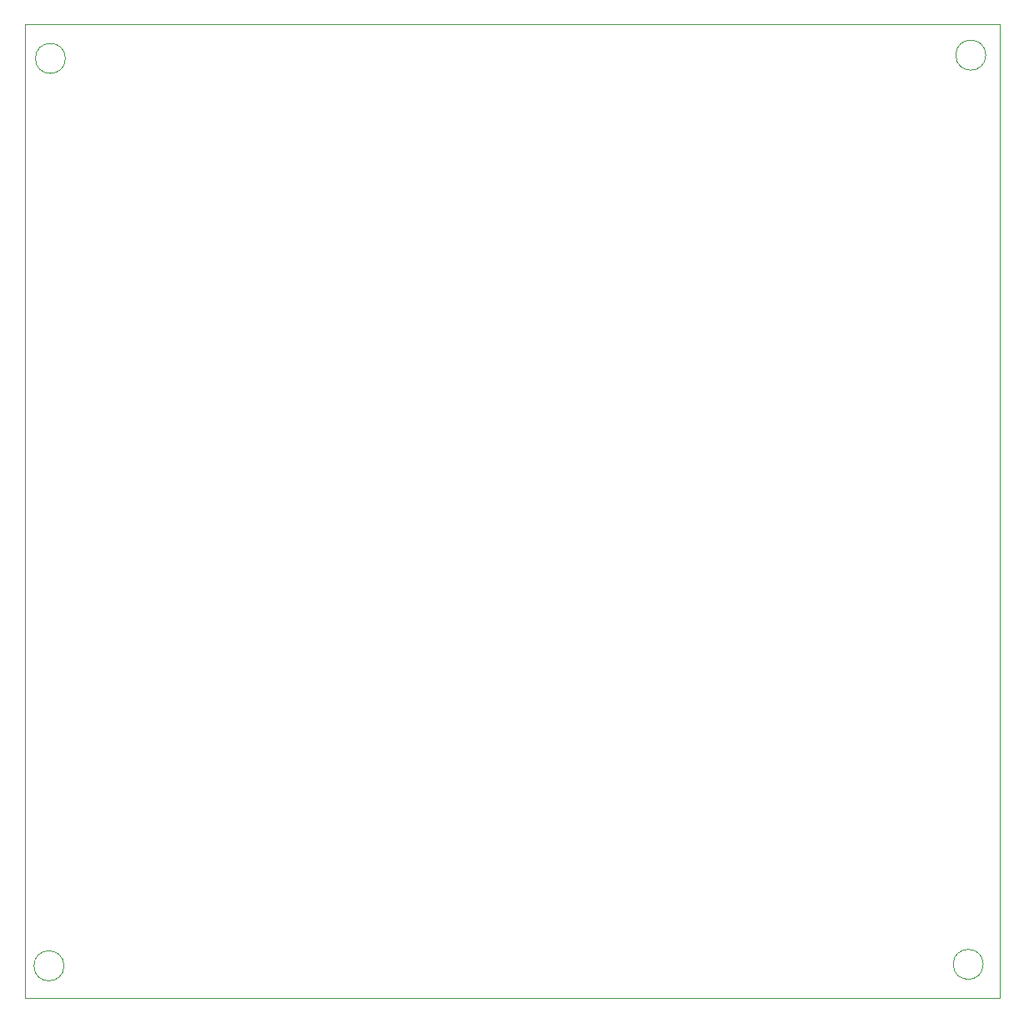
<source format=gbr>
%TF.GenerationSoftware,KiCad,Pcbnew,(6.0.2)*%
%TF.CreationDate,2022-06-21T22:06:57-07:00*%
%TF.ProjectId,Steve 68k,53746576-6520-4363-986b-2e6b69636164,rev?*%
%TF.SameCoordinates,Original*%
%TF.FileFunction,Profile,NP*%
%FSLAX46Y46*%
G04 Gerber Fmt 4.6, Leading zero omitted, Abs format (unit mm)*
G04 Created by KiCad (PCBNEW (6.0.2)) date 2022-06-21 22:06:57*
%MOMM*%
%LPD*%
G01*
G04 APERTURE LIST*
%TA.AperFunction,Profile*%
%ADD10C,0.100000*%
%TD*%
G04 APERTURE END LIST*
D10*
X161315400Y-39547800D02*
G75*
G03*
X161315400Y-39547800I-1524000J0D01*
G01*
X161061400Y-131876800D02*
G75*
G03*
X161061400Y-131876800I-1524000J0D01*
G01*
X67716400Y-132029200D02*
G75*
G03*
X67716400Y-132029200I-1524000J0D01*
G01*
X63754000Y-36428600D02*
X162712400Y-36428600D01*
X162712400Y-36428600D02*
X162712400Y-135310800D01*
X162712400Y-135310800D02*
X63754000Y-135310800D01*
X63754000Y-135310800D02*
X63754000Y-36428600D01*
X67868800Y-39878000D02*
G75*
G03*
X67868800Y-39878000I-1524000J0D01*
G01*
M02*

</source>
